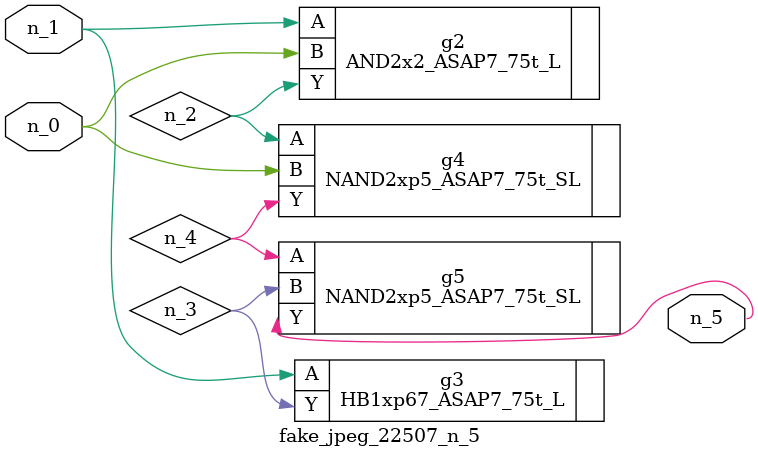
<source format=v>
module fake_jpeg_22507_n_5 (n_0, n_1, n_5);

input n_0;
input n_1;

output n_5;

wire n_3;
wire n_2;
wire n_4;

AND2x2_ASAP7_75t_L g2 ( 
.A(n_1),
.B(n_0),
.Y(n_2)
);

HB1xp67_ASAP7_75t_L g3 ( 
.A(n_1),
.Y(n_3)
);

NAND2xp5_ASAP7_75t_SL g4 ( 
.A(n_2),
.B(n_0),
.Y(n_4)
);

NAND2xp5_ASAP7_75t_SL g5 ( 
.A(n_4),
.B(n_3),
.Y(n_5)
);


endmodule
</source>
